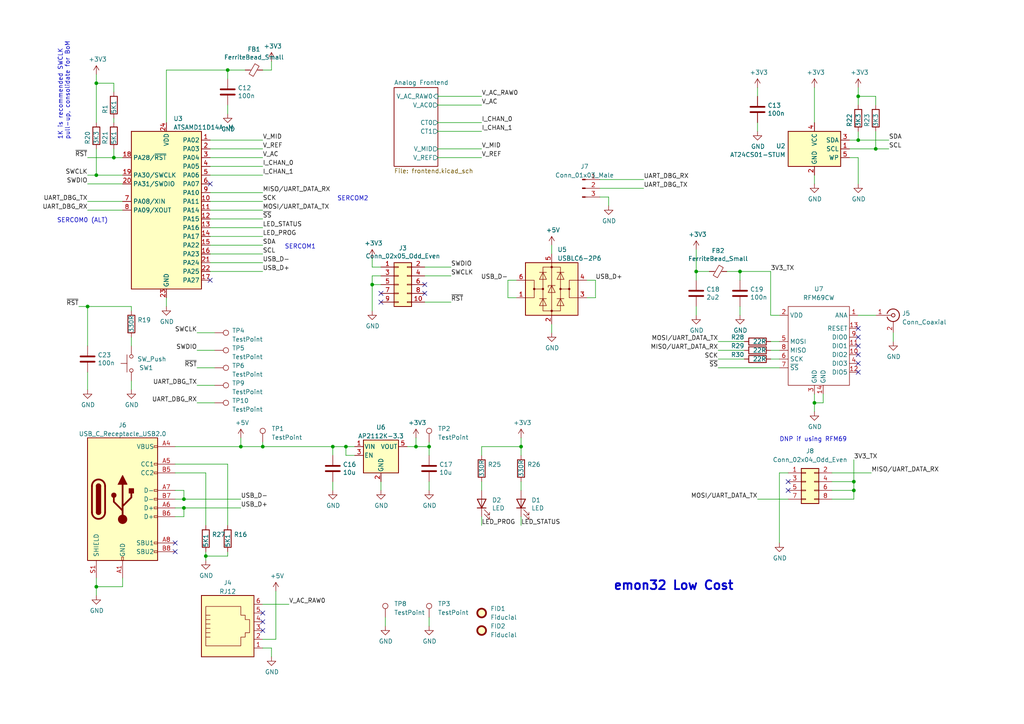
<source format=kicad_sch>
(kicad_sch (version 20230121) (generator eeschema)
  (paper "A4")
  (title_block (title "emon32 Low Cost") (date "2023-07-30") (rev "0.1") (company "Tilt Ltd"))
  (lib_symbols
    (symbol "Connector:Conn_01x03_Male" (pin_names (offset 1.016) hide)
      (property "Reference" "J" (at 0 5.08 0))
      (property "Value" "Conn_01x03_Male" (at 0 -5.08 0))
      (symbol "Conn_01x03_Male_1_1"
        (pin passive line (at 5.08 2.54 180) (length 3.81) (name "Pin_1") (number "1"))
        (pin passive line (at 5.08 0 180) (length 3.81) (name "Pin_2") (number "2"))
        (pin passive line (at 5.08 -2.54 180) (length 3.81) (name "Pin_3") (number "3"))
      )
    )
    (symbol "Connector:Conn_Coaxial" (pin_names (offset 1.016) hide)
      (property "Reference" "J" (at 0.254 3.048 0))
      (property "Value" "Conn_Coaxial" (at 2.921 0 90))
      (symbol "Conn_Coaxial_1_1"
        (pin passive line (at -5.08 0 0) (length 2.54) (name "In") (number "1"))
        (pin passive line (at 0 -5.08 90) (length 2.54) (name "Ext") (number "2"))
      )
    )
    (symbol "Connector:RJ12" (pin_names (offset 1.016))
      (property "Reference" "J" (at -5.08 11.43 0))
      (property "Value" "RJ12" (at 2.54 11.43 0))
      (symbol "RJ12_1_1"
        (pin passive line (at 10.16 -5.08 180) (length 2.54) (name "~") (number "1"))
        (pin passive line (at 10.16 -2.54 180) (length 2.54) (name "~") (number "2"))
        (pin passive line (at 10.16 0 180) (length 2.54) (name "~") (number "3"))
        (pin passive line (at 10.16 2.54 180) (length 2.54) (name "~") (number "4"))
        (pin passive line (at 10.16 5.08 180) (length 2.54) (name "~") (number "5"))
        (pin passive line (at 10.16 7.62 180) (length 2.54) (name "~") (number "6"))
      )
    )
    (symbol "Connector:TestPoint" (pin_numbers hide) (pin_names (offset 0.762) hide)
      (property "Reference" "TP" (at 0 6.858 0))
      (property "Value" "TestPoint" (at 0 5.08 0))
      (symbol "TestPoint_1_1"
        (pin passive line (at 0 0 90) (length 2.54) (name "1") (number "1"))
      )
    )
    (symbol "Connector:USB_C_Receptacle_USB2.0" (pin_names (offset 1.016))
      (property "Reference" "J" (at -10.16 19.05 0))
      (property "Value" "USB_C_Receptacle_USB2.0" (at 19.05 19.05 0))
      (symbol "USB_C_Receptacle_USB2.0_1_1"
        (pin passive line (at 0 -22.86 90) (length 5.08) (name "GND") (number "A1"))
        (pin passive line (at 0 -22.86 90) (length 5.08) hide (name "GND") (number "A12"))
        (pin passive line (at 15.24 15.24 180) (length 5.08) (name "VBUS") (number "A4"))
        (pin bidirectional line (at 15.24 10.16 180) (length 5.08) (name "CC1") (number "A5"))
        (pin bidirectional line (at 15.24 -2.54 180) (length 5.08) (name "D+") (number "A6"))
        (pin bidirectional line (at 15.24 2.54 180) (length 5.08) (name "D-") (number "A7"))
        (pin bidirectional line (at 15.24 -12.7 180) (length 5.08) (name "SBU1") (number "A8"))
        (pin passive line (at 15.24 15.24 180) (length 5.08) hide (name "VBUS") (number "A9"))
        (pin passive line (at 0 -22.86 90) (length 5.08) hide (name "GND") (number "B1"))
        (pin passive line (at 0 -22.86 90) (length 5.08) hide (name "GND") (number "B12"))
        (pin passive line (at 15.24 15.24 180) (length 5.08) hide (name "VBUS") (number "B4"))
        (pin bidirectional line (at 15.24 7.62 180) (length 5.08) (name "CC2") (number "B5"))
        (pin bidirectional line (at 15.24 -5.08 180) (length 5.08) (name "D+") (number "B6"))
        (pin bidirectional line (at 15.24 0 180) (length 5.08) (name "D-") (number "B7"))
        (pin bidirectional line (at 15.24 -15.24 180) (length 5.08) (name "SBU2") (number "B8"))
        (pin passive line (at 15.24 15.24 180) (length 5.08) hide (name "VBUS") (number "B9"))
        (pin passive line (at -7.62 -22.86 90) (length 5.08) (name "SHIELD") (number "S1"))
      )
    )
    (symbol "Connector_Generic:Conn_02x04_Odd_Even" (pin_names (offset 1.016) hide)
      (property "Reference" "J" (at 1.27 5.08 0))
      (property "Value" "Conn_02x04_Odd_Even" (at 1.27 -7.62 0))
      (symbol "Conn_02x04_Odd_Even_1_1"
        (pin passive line (at -5.08 2.54 0) (length 3.81) (name "Pin_1") (number "1"))
        (pin passive line (at 7.62 2.54 180) (length 3.81) (name "Pin_2") (number "2"))
        (pin passive line (at -5.08 0 0) (length 3.81) (name "Pin_3") (number "3"))
        (pin passive line (at 7.62 0 180) (length 3.81) (name "Pin_4") (number "4"))
        (pin passive line (at -5.08 -2.54 0) (length 3.81) (name "Pin_5") (number "5"))
        (pin passive line (at 7.62 -2.54 180) (length 3.81) (name "Pin_6") (number "6"))
        (pin passive line (at -5.08 -5.08 0) (length 3.81) (name "Pin_7") (number "7"))
        (pin passive line (at 7.62 -5.08 180) (length 3.81) (name "Pin_8") (number "8"))
      )
    )
    (symbol "Connector_Generic:Conn_02x05_Odd_Even" (pin_names (offset 1.016) hide)
      (property "Reference" "J" (at 1.27 7.62 0))
      (property "Value" "Conn_02x05_Odd_Even" (at 1.27 -7.62 0))
      (symbol "Conn_02x05_Odd_Even_1_1"
        (pin passive line (at -5.08 5.08 0) (length 3.81) (name "Pin_1") (number "1"))
        (pin passive line (at 7.62 -5.08 180) (length 3.81) (name "Pin_10") (number "10"))
        (pin passive line (at 7.62 5.08 180) (length 3.81) (name "Pin_2") (number "2"))
        (pin passive line (at -5.08 2.54 0) (length 3.81) (name "Pin_3") (number "3"))
        (pin passive line (at 7.62 2.54 180) (length 3.81) (name "Pin_4") (number "4"))
        (pin passive line (at -5.08 0 0) (length 3.81) (name "Pin_5") (number "5"))
        (pin passive line (at 7.62 0 180) (length 3.81) (name "Pin_6") (number "6"))
        (pin passive line (at -5.08 -2.54 0) (length 3.81) (name "Pin_7") (number "7"))
        (pin passive line (at 7.62 -2.54 180) (length 3.81) (name "Pin_8") (number "8"))
        (pin passive line (at -5.08 -5.08 0) (length 3.81) (name "Pin_9") (number "9"))
      )
    )
    (symbol "Device:C" (pin_numbers hide) (pin_names (offset 0.254))
      (property "Reference" "C" (at 0.635 2.54 0))
      (property "Value" "C" (at 0.635 -2.54 0))
      (symbol "C_1_1"
        (pin passive line (at 0 3.81 270) (length 2.794) (name "~") (number "1"))
        (pin passive line (at 0 -3.81 90) (length 2.794) (name "~") (number "2"))
      )
    )
    (symbol "Device:FerriteBead_Small" (pin_numbers hide) (pin_names (offset 0))
      (property "Reference" "FB" (at 1.905 1.27 0))
      (property "Value" "FerriteBead_Small" (at 1.905 -1.27 0))
      (symbol "FerriteBead_Small_1_1"
        (pin passive line (at 0 2.54 270) (length 1.27) (name "~") (number "1"))
        (pin passive line (at 0 -2.54 90) (length 1.27) (name "~") (number "2"))
      )
    )
    (symbol "Device:LED" (pin_numbers hide) (pin_names (offset 1.016) hide)
      (property "Reference" "D" (at 0 2.54 0))
      (property "Value" "LED" (at 0 -2.54 0))
      (symbol "LED_1_1"
        (pin passive line (at -3.81 0 0) (length 2.54) (name "K") (number "1"))
        (pin passive line (at 3.81 0 180) (length 2.54) (name "A") (number "2"))
      )
    )
    (symbol "Device:R" (pin_numbers hide) (pin_names (offset 0))
      (property "Reference" "R" (at 2.032 0 90))
      (property "Value" "R" (at 0 0 90))
      (symbol "R_1_1"
        (pin passive line (at 0 3.81 270) (length 1.27) (name "~") (number "1"))
        (pin passive line (at 0 -3.81 90) (length 1.27) (name "~") (number "2"))
      )
    )
    (symbol "MCU_Microchip_SAMD:ATSAMD11D14A-M"
      (property "Reference" "U" (at -10.16 24.13 0))
      (property "Value" "ATSAMD11D14A-M" (at 1.27 24.13 0))
      (symbol "ATSAMD11D14A-M_1_1"
        (pin bidirectional line (at 12.7 20.32 180) (length 2.54) (name "PA02") (number "1"))
        (pin bidirectional line (at 12.7 2.54 180) (length 2.54) (name "PA11") (number "10"))
        (pin bidirectional line (at 12.7 0 180) (length 2.54) (name "PA14") (number "11"))
        (pin bidirectional line (at 12.7 -2.54 180) (length 2.54) (name "PA15") (number "12"))
        (pin bidirectional line (at 12.7 -5.08 180) (length 2.54) (name "PA16") (number "13"))
        (pin bidirectional line (at 12.7 -7.62 180) (length 2.54) (name "PA17") (number "14"))
        (pin bidirectional line (at 12.7 -10.16 180) (length 2.54) (name "PA22") (number "15"))
        (pin bidirectional line (at 12.7 -12.7 180) (length 2.54) (name "PA23") (number "16"))
        (pin bidirectional line (at 12.7 -20.32 180) (length 2.54) (name "PA27") (number "17"))
        (pin bidirectional line (at -12.7 15.24 0) (length 2.54) (name "PA28/~{RST}") (number "18"))
        (pin bidirectional line (at -12.7 10.16 0) (length 2.54) (name "PA30/SWCLK") (number "19"))
        (pin bidirectional line (at 12.7 17.78 180) (length 2.54) (name "PA03") (number "2"))
        (pin bidirectional line (at -12.7 7.62 0) (length 2.54) (name "PA31/SWDIO") (number "20"))
        (pin bidirectional line (at 12.7 -15.24 180) (length 2.54) (name "PA24") (number "21"))
        (pin bidirectional line (at 12.7 -17.78 180) (length 2.54) (name "PA25") (number "22"))
        (pin power_in line (at 0 -25.4 90) (length 2.54) (name "GND") (number "23"))
        (pin power_in line (at 0 25.4 270) (length 2.54) (name "VDD") (number "24"))
        (pin bidirectional line (at 12.7 15.24 180) (length 2.54) (name "PA04") (number "3"))
        (pin bidirectional line (at 12.7 12.7 180) (length 2.54) (name "PA05") (number "4"))
        (pin bidirectional line (at 12.7 10.16 180) (length 2.54) (name "PA06") (number "5"))
        (pin bidirectional line (at 12.7 7.62 180) (length 2.54) (name "PA07") (number "6"))
        (pin bidirectional line (at -12.7 2.54 0) (length 2.54) (name "PA08/XIN") (number "7"))
        (pin bidirectional line (at -12.7 0 0) (length 2.54) (name "PA09/XOUT") (number "8"))
        (pin bidirectional line (at 12.7 5.08 180) (length 2.54) (name "PA10") (number "9"))
      )
    )
    (symbol "Mechanical:Fiducial"
      (property "Reference" "FID" (at 0 5.08 0))
      (property "Value" "Fiducial" (at 0 3.175 0))
    )
    (symbol "Memory_EEPROM:AT24CS01-STUM"
      (property "Reference" "U" (at -7.62 6.35 0))
      (property "Value" "AT24CS01-STUM" (at 2.54 -6.35 0))
      (symbol "AT24CS01-STUM_1_1"
        (pin input line (at 10.16 0 180) (length 2.54) (name "SCL") (number "1"))
        (pin power_in line (at 0 -7.62 90) (length 2.54) (name "GND") (number "2"))
        (pin bidirectional line (at 10.16 2.54 180) (length 2.54) (name "SDA") (number "3"))
        (pin power_in line (at 0 7.62 270) (length 2.54) (name "VCC") (number "4"))
        (pin input line (at 10.16 -2.54 180) (length 2.54) (name "WP") (number "5"))
      )
    )
    (symbol "Power_Protection:USBLC6-2P6" (pin_names hide)
      (property "Reference" "U" (at 2.54 8.89 0))
      (property "Value" "USBLC6-2P6" (at 2.54 -8.89 0))
      (symbol "USBLC6-2P6_1_1"
        (pin passive line (at -10.16 -2.54 0) (length 2.54) (name "I/O1") (number "1"))
        (pin passive line (at 0 -10.16 90) (length 2.54) (name "GND") (number "2"))
        (pin passive line (at 10.16 -2.54 180) (length 2.54) (name "I/O2") (number "3"))
        (pin passive line (at 10.16 2.54 180) (length 2.54) (name "I/O2") (number "4"))
        (pin passive line (at 0 10.16 270) (length 2.54) (name "VBUS") (number "5"))
        (pin passive line (at -10.16 2.54 0) (length 2.54) (name "I/O1") (number "6"))
      )
    )
    (symbol "Regulator_Linear:AP2112K-3.3" (pin_names (offset 0.254))
      (property "Reference" "U" (at -5.08 5.715 0))
      (property "Value" "AP2112K-3.3" (at 0 5.715 0))
      (symbol "AP2112K-3.3_1_1"
        (pin power_in line (at -7.62 2.54 0) (length 2.54) (name "VIN") (number "1"))
        (pin power_in line (at 0 -7.62 90) (length 2.54) (name "GND") (number "2"))
        (pin input line (at -7.62 0 0) (length 2.54) (name "EN") (number "3"))
        (pin no_connect line (at 5.08 0 180) (length 2.54) hide (name "NC") (number "4"))
        (pin power_out line (at 7.62 2.54 180) (length 2.54) (name "VOUT") (number "5"))
      )
    )
    (symbol "Switch:SW_Push" (pin_numbers hide) (pin_names (offset 1.016) hide)
      (property "Reference" "SW" (at 1.27 2.54 0))
      (property "Value" "SW_Push" (at 0 -1.524 0))
      (symbol "SW_Push_0_1"
        (pin passive line (at -5.08 0 0) (length 2.54) (name "1") (number "1"))
        (pin passive line (at 5.08 0 180) (length 2.54) (name "2") (number "2"))
      )
    )
    (symbol "power:+3V3" (power) (pin_names (offset 0))
      (property "Value" "+3V3" (at 0 3.556 0))
      (symbol "+3V3_1_1"
        (pin power_in line (at 0 0 90) (length 0) hide (name "+3V3") (number "1"))
      )
    )
    (symbol "power:+5V" (power) (pin_names (offset 0))
      (property "Value" "+5V" (at 0 3.556 0))
      (symbol "+5V_1_1"
        (pin power_in line (at 0 0 90) (length 0) hide (name "+5V") (number "1"))
      )
    )
    (symbol "power:GND" (power) (pin_names (offset 0))
      (property "Value" "GND" (at 0 -3.81 0))
      (symbol "GND_1_1"
        (pin power_in line (at 0 0 270) (length 0) hide (name "GND") (number "1"))
      )
    )
    (symbol "rfm69cw:RFM69CW"
      (property "Reference" "U" (at 6.35 12.7 0))
      (property "Value" "RFM69CW" (at -3.81 12.7 0))
      (symbol "RFM69CW_1_1"
        (pin output line (at 11.43 8.89 180) (length 2.54) (name "ANA") (number "1"))
        (pin bidirectional line (at 11.43 -2.54 180) (length 2.54) (name "DIO2") (number "10"))
        (pin bidirectional line (at 11.43 0 180) (length 2.54) (name "DIO1") (number "11"))
        (pin bidirectional line (at 11.43 -7.62 180) (length 2.54) (name "DIO5") (number "12"))
        (pin output line (at 11.43 5.08 180) (length 2.54) (name "RESET") (number "13"))
        (pin power_in line (at 1.27 -13.97 90) (length 2.54) (name "GND") (number "14"))
        (pin power_in line (at -11.43 8.89 0) (length 2.54) (name "VDD") (number "2"))
        (pin power_in line (at -1.27 -13.97 90) (length 2.54) (name "GND") (number "3"))
        (pin bidirectional line (at 11.43 -5.08 180) (length 2.54) (name "DIO3") (number "4"))
        (pin input line (at -11.43 1.27 0) (length 2.54) (name "MOSI") (number "5"))
        (pin input line (at -11.43 -3.81 0) (length 2.54) (name "SCK") (number "6"))
        (pin input line (at -11.43 -6.35 0) (length 2.54) (name "~{SS}") (number "7"))
        (pin output line (at -11.43 -1.27 0) (length 2.54) (name "MISO") (number "8"))
        (pin bidirectional line (at 11.43 2.54 180) (length 2.54) (name "DIO0") (number "9"))
      )
    )
  )
  (junction (at 69.85 129.54))
  (junction (at 59.69 161.29))
  (junction (at 53.34 144.78))
  (junction (at 100.33 129.54))
  (junction (at 27.94 50.8))
  (junction (at 214.63 78.74))
  (junction (at 248.92 40.64))
  (junction (at 25.4 88.9))
  (junction (at 201.93 78.74))
  (junction (at 151.13 129.54))
  (junction (at 27.94 24.13))
  (junction (at 124.46 129.54))
  (junction (at 107.95 82.55))
  (junction (at 66.04 20.32))
  (junction (at 53.34 147.32))
  (junction (at 254 43.18))
  (junction (at 76.2 129.54))
  (junction (at 120.65 129.54))
  (junction (at 248.92 27.94))
  (junction (at 236.22 116.84))
  (junction (at 247.65 139.7))
  (junction (at 96.52 129.54))
  (junction (at 33.02 45.72))
  (junction (at 247.65 142.24))
  (junction (at 27.94 170.18))
  (no_connect (at 248.92 95.25))
  (no_connect (at 76.2 182.88))
  (no_connect (at 248.92 100.33))
  (no_connect (at 248.92 105.41))
  (no_connect (at 76.2 180.34))
  (no_connect (at 110.49 87.63))
  (no_connect (at 248.92 107.95))
  (no_connect (at 76.2 177.8))
  (no_connect (at 50.8 160.02))
  (no_connect (at 110.49 85.09))
  (no_connect (at 123.19 85.09))
  (no_connect (at 248.92 97.79))
  (no_connect (at 228.6 142.24))
  (no_connect (at 123.19 82.55))
  (no_connect (at 228.6 139.7))
  (no_connect (at 60.96 81.28))
  (no_connect (at 50.8 157.48))
  (no_connect (at 60.96 53.34))
  (no_connect (at 248.92 102.87))
  (wire (pts (xy 80.01 171.45) (xy 80.01 185.42)))
  (wire (pts (xy 248.92 27.94) (xy 254 27.94)))
  (wire (pts (xy 59.69 161.29) (xy 66.04 161.29)))
  (wire (pts (xy 208.28 101.6) (xy 215.9 101.6)))
  (wire (pts (xy 214.63 78.74) (xy 214.63 81.28)))
  (wire (pts (xy 170.18 86.36) (xy 172.72 86.36)))
  (wire (pts (xy 57.15 96.52) (xy 62.23 96.52)))
  (wire (pts (xy 38.1 113.03) (xy 38.1 110.49)))
  (wire (pts (xy 223.52 91.44) (xy 226.06 91.44)))
  (wire (pts (xy 60.96 40.64) (xy 76.2 40.64)))
  (wire (pts (xy 228.6 137.16) (xy 226.06 137.16)))
  (wire (pts (xy 173.99 54.61) (xy 186.69 54.61)))
  (wire (pts (xy 123.19 77.47) (xy 130.81 77.47)))
  (wire (pts (xy 201.93 78.74) (xy 201.93 81.28)))
  (wire (pts (xy 173.99 52.07) (xy 186.69 52.07)))
  (wire (pts (xy 147.32 81.28) (xy 147.32 86.36)))
  (wire (pts (xy 248.92 25.4) (xy 248.92 27.94)))
  (wire (pts (xy 246.38 43.18) (xy 254 43.18)))
  (wire (pts (xy 205.74 78.74) (xy 201.93 78.74)))
  (wire (pts (xy 35.56 170.18) (xy 35.56 167.64)))
  (wire (pts (xy 110.49 77.47) (xy 107.95 77.47)))
  (wire (pts (xy 123.19 87.63) (xy 130.81 87.63)))
  (wire (pts (xy 27.94 43.18) (xy 27.94 50.8)))
  (wire (pts (xy 208.28 99.06) (xy 215.9 99.06)))
  (wire (pts (xy 151.13 129.54) (xy 151.13 132.08)))
  (wire (pts (xy 76.2 187.96) (xy 78.74 187.96)))
  (wire (pts (xy 223.52 101.6) (xy 226.06 101.6)))
  (wire (pts (xy 96.52 142.24) (xy 96.52 139.7)))
  (wire (pts (xy 107.95 82.55) (xy 107.95 90.17)))
  (wire (pts (xy 241.3 139.7) (xy 247.65 139.7)))
  (wire (pts (xy 57.15 101.6) (xy 62.23 101.6)))
  (wire (pts (xy 124.46 128.27) (xy 124.46 129.54)))
  (wire (pts (xy 60.96 58.42) (xy 76.2 58.42)))
  (wire (pts (xy 53.34 144.78) (xy 53.34 142.24)))
  (wire (pts (xy 219.71 144.78) (xy 228.6 144.78)))
  (wire (pts (xy 107.95 77.47) (xy 107.95 74.93)))
  (wire (pts (xy 96.52 129.54) (xy 100.33 129.54)))
  (wire (pts (xy 241.3 144.78) (xy 247.65 144.78)))
  (wire (pts (xy 170.18 81.28) (xy 172.72 81.28)))
  (wire (pts (xy 118.11 129.54) (xy 120.65 129.54)))
  (wire (pts (xy 66.04 134.62) (xy 66.04 152.4)))
  (wire (pts (xy 173.99 57.15) (xy 176.53 57.15)))
  (wire (pts (xy 208.28 106.68) (xy 226.06 106.68)))
  (wire (pts (xy 248.92 30.48) (xy 248.92 27.94)))
  (wire (pts (xy 25.4 107.95) (xy 25.4 113.03)))
  (wire (pts (xy 48.26 20.32) (xy 48.26 35.56)))
  (wire (pts (xy 246.38 45.72) (xy 248.92 45.72)))
  (wire (pts (xy 76.2 175.26) (xy 83.82 175.26)))
  (wire (pts (xy 127 45.72) (xy 139.7 45.72)))
  (wire (pts (xy 60.96 66.04) (xy 76.2 66.04)))
  (wire (pts (xy 60.96 45.72) (xy 76.2 45.72)))
  (wire (pts (xy 27.94 24.13) (xy 33.02 24.13)))
  (wire (pts (xy 27.94 170.18) (xy 27.94 167.64)))
  (wire (pts (xy 50.8 149.86) (xy 53.34 149.86)))
  (wire (pts (xy 248.92 91.44) (xy 254 91.44)))
  (wire (pts (xy 223.52 78.74) (xy 223.52 91.44)))
  (wire (pts (xy 33.02 34.29) (xy 33.02 35.56)))
  (wire (pts (xy 71.12 20.32) (xy 66.04 20.32)))
  (wire (pts (xy 53.34 149.86) (xy 53.34 147.32)))
  (wire (pts (xy 238.76 116.84) (xy 238.76 114.3)))
  (wire (pts (xy 66.04 33.02) (xy 66.04 30.48)))
  (wire (pts (xy 247.65 142.24) (xy 247.65 144.78)))
  (wire (pts (xy 27.94 21.59) (xy 27.94 24.13)))
  (wire (pts (xy 60.96 43.18) (xy 76.2 43.18)))
  (wire (pts (xy 254 43.18) (xy 257.81 43.18)))
  (wire (pts (xy 69.85 129.54) (xy 76.2 129.54)))
  (wire (pts (xy 151.13 127) (xy 151.13 129.54)))
  (wire (pts (xy 53.34 144.78) (xy 69.85 144.78)))
  (wire (pts (xy 254 43.18) (xy 254 38.1)))
  (wire (pts (xy 57.15 106.68) (xy 62.23 106.68)))
  (wire (pts (xy 151.13 152.4) (xy 151.13 149.86)))
  (wire (pts (xy 78.74 187.96) (xy 78.74 190.5)))
  (wire (pts (xy 214.63 78.74) (xy 223.52 78.74)))
  (wire (pts (xy 50.8 134.62) (xy 66.04 134.62)))
  (wire (pts (xy 60.96 60.96) (xy 76.2 60.96)))
  (wire (pts (xy 107.95 80.01) (xy 107.95 82.55)))
  (wire (pts (xy 60.96 48.26) (xy 76.2 48.26)))
  (wire (pts (xy 59.69 160.02) (xy 59.69 161.29)))
  (wire (pts (xy 33.02 26.67) (xy 33.02 24.13)))
  (wire (pts (xy 127 27.94) (xy 139.7 27.94)))
  (wire (pts (xy 236.22 50.8) (xy 236.22 53.34)))
  (wire (pts (xy 60.96 55.88) (xy 76.2 55.88)))
  (wire (pts (xy 66.04 20.32) (xy 48.26 20.32)))
  (wire (pts (xy 151.13 142.24) (xy 151.13 139.7)))
  (wire (pts (xy 127 35.56) (xy 139.7 35.56)))
  (wire (pts (xy 60.96 71.12) (xy 76.2 71.12)))
  (wire (pts (xy 201.93 88.9) (xy 201.93 91.44)))
  (wire (pts (xy 223.52 104.14) (xy 226.06 104.14)))
  (wire (pts (xy 127 38.1) (xy 139.7 38.1)))
  (wire (pts (xy 241.3 142.24) (xy 247.65 142.24)))
  (wire (pts (xy 248.92 40.64) (xy 248.92 38.1)))
  (wire (pts (xy 59.69 161.29) (xy 59.69 162.56)))
  (wire (pts (xy 76.2 128.27) (xy 76.2 129.54)))
  (wire (pts (xy 100.33 132.08) (xy 100.33 129.54)))
  (wire (pts (xy 53.34 147.32) (xy 69.85 147.32)))
  (wire (pts (xy 219.71 27.94) (xy 219.71 25.4)))
  (wire (pts (xy 127 30.48) (xy 139.7 30.48)))
  (wire (pts (xy 57.15 111.76) (xy 62.23 111.76)))
  (wire (pts (xy 60.96 68.58) (xy 76.2 68.58)))
  (wire (pts (xy 66.04 22.86) (xy 66.04 20.32)))
  (wire (pts (xy 25.4 88.9) (xy 25.4 100.33)))
  (wire (pts (xy 111.76 179.07) (xy 111.76 181.61)))
  (wire (pts (xy 27.94 24.13) (xy 27.94 35.56)))
  (wire (pts (xy 57.15 116.84) (xy 62.23 116.84)))
  (wire (pts (xy 78.74 20.32) (xy 78.74 17.78)))
  (wire (pts (xy 201.93 72.39) (xy 201.93 78.74)))
  (wire (pts (xy 172.72 81.28) (xy 172.72 86.36)))
  (wire (pts (xy 210.82 78.74) (xy 214.63 78.74)))
  (wire (pts (xy 96.52 132.08) (xy 96.52 129.54)))
  (wire (pts (xy 60.96 50.8) (xy 76.2 50.8)))
  (wire (pts (xy 76.2 129.54) (xy 96.52 129.54)))
  (wire (pts (xy 50.8 144.78) (xy 53.34 144.78)))
  (wire (pts (xy 76.2 20.32) (xy 78.74 20.32)))
  (wire (pts (xy 38.1 100.33) (xy 38.1 97.79)))
  (wire (pts (xy 25.4 60.96) (xy 35.56 60.96)))
  (wire (pts (xy 208.28 104.14) (xy 215.9 104.14)))
  (wire (pts (xy 241.3 137.16) (xy 252.73 137.16)))
  (wire (pts (xy 124.46 142.24) (xy 124.46 139.7)))
  (wire (pts (xy 27.94 172.72) (xy 27.94 170.18)))
  (wire (pts (xy 66.04 161.29) (xy 66.04 160.02)))
  (wire (pts (xy 69.85 129.54) (xy 69.85 127)))
  (wire (pts (xy 76.2 185.42) (xy 80.01 185.42)))
  (wire (pts (xy 100.33 132.08) (xy 102.87 132.08)))
  (wire (pts (xy 110.49 142.24) (xy 110.49 139.7)))
  (wire (pts (xy 124.46 129.54) (xy 124.46 132.08)))
  (wire (pts (xy 160.02 93.98) (xy 160.02 96.52)))
  (wire (pts (xy 25.4 88.9) (xy 22.86 88.9)))
  (wire (pts (xy 246.38 40.64) (xy 248.92 40.64)))
  (wire (pts (xy 50.8 137.16) (xy 59.69 137.16)))
  (wire (pts (xy 48.26 86.36) (xy 48.26 88.9)))
  (wire (pts (xy 35.56 45.72) (xy 33.02 45.72)))
  (wire (pts (xy 248.92 40.64) (xy 257.81 40.64)))
  (wire (pts (xy 236.22 116.84) (xy 238.76 116.84)))
  (wire (pts (xy 236.22 114.3) (xy 236.22 116.84)))
  (wire (pts (xy 50.8 147.32) (xy 53.34 147.32)))
  (wire (pts (xy 219.71 38.1) (xy 219.71 35.56)))
  (wire (pts (xy 35.56 53.34) (xy 25.4 53.34)))
  (wire (pts (xy 247.65 139.7) (xy 247.65 142.24)))
  (wire (pts (xy 59.69 137.16) (xy 59.69 152.4)))
  (wire (pts (xy 38.1 90.17) (xy 38.1 88.9)))
  (wire (pts (xy 60.96 73.66) (xy 76.2 73.66)))
  (wire (pts (xy 149.86 81.28) (xy 147.32 81.28)))
  (wire (pts (xy 102.87 129.54) (xy 100.33 129.54)))
  (wire (pts (xy 139.7 129.54) (xy 151.13 129.54)))
  (wire (pts (xy 110.49 82.55) (xy 107.95 82.55)))
  (wire (pts (xy 60.96 78.74) (xy 76.2 78.74)))
  (wire (pts (xy 120.65 129.54) (xy 120.65 127)))
  (wire (pts (xy 50.8 129.54) (xy 69.85 129.54)))
  (wire (pts (xy 38.1 88.9) (xy 25.4 88.9)))
  (wire (pts (xy 247.65 133.35) (xy 247.65 139.7)))
  (wire (pts (xy 27.94 170.18) (xy 35.56 170.18)))
  (wire (pts (xy 123.19 80.01) (xy 130.81 80.01)))
  (wire (pts (xy 35.56 58.42) (xy 25.4 58.42)))
  (wire (pts (xy 124.46 179.07) (xy 124.46 181.61)))
  (wire (pts (xy 33.02 45.72) (xy 25.4 45.72)))
  (wire (pts (xy 259.08 96.52) (xy 259.08 99.06)))
  (wire (pts (xy 214.63 88.9) (xy 214.63 91.44)))
  (wire (pts (xy 127 43.18) (xy 139.7 43.18)))
  (wire (pts (xy 236.22 35.56) (xy 236.22 25.4)))
  (wire (pts (xy 60.96 63.5) (xy 76.2 63.5)))
  (wire (pts (xy 176.53 57.15) (xy 176.53 59.69)))
  (wire (pts (xy 248.92 45.72) (xy 248.92 53.34)))
  (wire (pts (xy 35.56 50.8) (xy 27.94 50.8)))
  (wire (pts (xy 120.65 129.54) (xy 124.46 129.54)))
  (wire (pts (xy 226.06 137.16) (xy 226.06 157.48)))
  (wire (pts (xy 254 27.94) (xy 254 30.48)))
  (wire (pts (xy 139.7 142.24) (xy 139.7 139.7)))
  (wire (pts (xy 139.7 132.08) (xy 139.7 129.54)))
  (wire (pts (xy 223.52 99.06) (xy 226.06 99.06)))
  (wire (pts (xy 50.8 142.24) (xy 53.34 142.24)))
  (wire (pts (xy 160.02 71.12) (xy 160.02 73.66)))
  (wire (pts (xy 110.49 80.01) (xy 107.95 80.01)))
  (wire (pts (xy 60.96 76.2) (xy 76.2 76.2)))
  (wire (pts (xy 27.94 50.8) (xy 25.4 50.8)))
  (wire (pts (xy 147.32 86.36) (xy 149.86 86.36)))
  (wire (pts (xy 33.02 45.72) (xy 33.02 43.18)))
  (wire (pts (xy 236.22 116.84) (xy 236.22 119.38)))
  (wire (pts (xy 139.7 152.4) (xy 139.7 149.86)))
  (text "emon32 Low Cost" (at 177.8 171.45 0) (effects (font (size 2.56 2.56) (thickness 0.512) bold) (justify left bottom)))
  (text "DNP if using RFM69" (at 226.06 128.27 0) (effects (font (size 1.27 1.27)) (justify left bottom)))
  (text "1K is recommended SWCLK\npull-up, consolidate for BoM" (at 20.32 40.64 90) (effects (font (size 1.27 1.27)) (justify left bottom)))
  (text "SERCOM2" (at 97.79 58.42 0) (effects (font (size 1.27 1.27)) (justify left bottom)))
  (text "SERCOM0 (ALT)" (at 16.51 64.77 0) (effects (font (size 1.27 1.27)) (justify left bottom)))
  (text "SERCOM1" (at 82.55 72.39 0) (effects (font (size 1.27 1.27)) (justify left bottom)))
  (label "SCK" (at 208.28 104.14 180))
  (label "SWDIO" (at 130.81 77.47 0))
  (label "MISO{slash}UART_DATA_RX" (at 208.28 101.6 180))
  (label "SCK" (at 76.2 58.42 0))
  (label "MOSI{slash}UART_DATA_TX" (at 219.71 144.78 180))
  (label "UART_DBG_TX" (at 25.4 58.42 180))
  (label "V_REF" (at 76.2 43.18 0))
  (label "MOSI{slash}UART_DATA_TX" (at 76.2 60.96 0))
  (label "V_MID" (at 76.2 40.64 0))
  (label "~{RST}" (at 22.86 88.9 180))
  (label "I_CHAN_0" (at 76.2 48.26 0))
  (label "MISO{slash}UART_DATA_RX" (at 252.73 137.16 0))
  (label "~{SS}" (at 208.28 106.68 180))
  (label "3V3_TX" (at 247.65 133.35 0))
  (label "UART_DBG_RX" (at 186.69 52.07 0))
  (label "~{SS}" (at 76.2 63.5 0))
  (label "V_AC_RAW0" (at 83.82 175.26 0))
  (label "I_CHAN_1" (at 139.7 38.1 0))
  (label "SDA" (at 257.81 40.64 0))
  (label "I_CHAN_0" (at 139.7 35.56 0))
  (label "USB_D+" (at 69.85 147.32 0))
  (label "SCL" (at 76.2 73.66 0))
  (label "USB_D-" (at 147.32 81.28 180))
  (label "USB_D+" (at 172.72 81.28 0))
  (label "3V3_TX" (at 223.52 78.74 0))
  (label "LED_PROG" (at 139.7 152.4 0))
  (label "UART_DBG_TX" (at 57.15 111.76 180))
  (label "USB_D+" (at 76.2 78.74 0))
  (label "SWDIO" (at 57.15 101.6 180))
  (label "V_AC" (at 139.7 30.48 0))
  (label "LED_PROG" (at 76.2 68.58 0))
  (label "USB_D-" (at 69.85 144.78 0))
  (label "~{RST}" (at 57.15 106.68 180))
  (label "SWCLK" (at 57.15 96.52 180))
  (label "SWDIO" (at 25.4 53.34 180))
  (label "SDA" (at 76.2 71.12 0))
  (label "~{RST}" (at 25.4 45.72 180))
  (label "USB_D-" (at 76.2 76.2 0))
  (label "V_AC" (at 76.2 45.72 0))
  (label "LED_STATUS" (at 76.2 66.04 0))
  (label "UART_DBG_RX" (at 25.4 60.96 180))
  (label "UART_DBG_TX" (at 186.69 54.61 0))
  (label "LED_STATUS" (at 151.13 152.4 0))
  (label "SWCLK" (at 25.4 50.8 180))
  (label "MISO{slash}UART_DATA_RX" (at 76.2 55.88 0))
  (label "~{RST}" (at 130.81 87.63 0))
  (label "I_CHAN_1" (at 76.2 50.8 0))
  (label "V_REF" (at 139.7 45.72 0))
  (label "SCL" (at 257.81 43.18 0))
  (label "V_MID" (at 139.7 43.18 0))
  (label "MOSI{slash}UART_DATA_TX" (at 208.28 99.06 180))
  (label "UART_DBG_RX" (at 57.15 116.84 180))
  (label "SWCLK" (at 130.81 80.01 0))
  (label "V_AC_RAW0" (at 139.7 27.94 0))
  (symbol (lib_id "Device:C") (at 96.52 135.89 0) (unit 1)
    (property "Reference" "C16" (at 99.441 134.7216 0) (effects (justify left)))
    (property "Value" "10u" (at 99.441 137.033 0) (effects (justify left)))
    (property "Footprint" "Capacitor_SMD:C_0603_1608Metric_Pad1.08x0.95mm_HandSolder" (effects hide))
  )
  (symbol (lib_id "power:GND") (at 96.52 142.24 0) (unit 1)
    (property "Reference" "#PWR0103" (effects hide))
    (property "Value" "GND" (at 96.647 146.6342 0))
  )
  (symbol (lib_id "power:GND") (at 27.94 172.72 0) (unit 1)
    (property "Reference" "#PWR030" (effects hide))
    (property "Value" "GND" (at 28.067 177.1142 0))
  )
  (symbol (lib_id "power:+5V") (at 69.85 127 0) (unit 1)
    (property "Reference" "#PWR031" (effects hide))
    (property "Value" "+5V" (at 70.231 122.6058 0))
  )
  (symbol (lib_id "Device:R") (at 151.13 135.89 0) (unit 1)
    (property "Reference" "R26" (at 152.908 134.7216 0) (effects (justify left)))
    (property "Value" "330R" (at 151.13 138.43 90) (effects (justify left)))
    (property "Footprint" "Resistor_SMD:R_0402_1005Metric" (effects hide))
  )
  (symbol (lib_id "Device:LED") (at 151.13 146.05 90) (unit 1)
    (property "Reference" "D1" (at 154.1272 145.0594 90) (effects (justify right)))
    (property "Value" "LED" (at 154.1272 147.3708 90) (effects (justify right)))
    (property "Footprint" "LED_SMD:LED_0603_1608Metric_Pad1.05x0.95mm_HandSolder" (effects hide))
  )
  (symbol (lib_id "Switch:SW_Push") (at 38.1 105.41 90) (unit 1)
    (property "Reference" "SW1" (at 44.45 106.68 90) (effects (justify left)))
    (property "Value" "SW_Push" (at 48.26 104.14 90) (effects (justify left)))
    (property "Footprint" "Button_Switch_SMD:SW_Push_1P1T_NO_CK_KMR2" (effects hide))
  )
  (symbol (lib_id "power:GND") (at 38.1 113.03 0) (unit 1)
    (property "Reference" "#PWR036" (effects hide))
    (property "Value" "GND" (at 38.227 117.4242 0))
  )
  (symbol (lib_id "Device:R") (at 38.1 93.98 0) (unit 1)
    (property "Reference" "R19" (at 39.878 92.8116 0) (effects (justify left)))
    (property "Value" "330R" (at 38.1 96.52 90) (effects (justify left)))
    (property "Footprint" "Resistor_SMD:R_0402_1005Metric" (effects hide))
  )
  (symbol (lib_id "Device:R") (at 27.94 39.37 0) (unit 1)
    (property "Reference" "R20" (at 25.4 41.91 90) (effects (justify left)))
    (property "Value" "3K3" (at 27.94 41.91 90) (effects (justify left)))
    (property "Footprint" "Resistor_SMD:R_0402_1005Metric" (effects hide))
  )
  (symbol (lib_id "Device:R") (at 33.02 39.37 0) (unit 1)
    (property "Reference" "R21" (at 30.48 41.91 90) (effects (justify left)))
    (property "Value" "5K1" (at 33.02 41.91 90) (effects (justify left)))
    (property "Footprint" "Resistor_SMD:R_0402_1005Metric" (effects hide))
  )
  (symbol (lib_id "power:+3V3") (at 27.94 21.59 0) (unit 1)
    (property "Reference" "#PWR0101" (effects hide))
    (property "Value" "+3V3" (at 28.321 17.1958 0))
  )
  (symbol (lib_id "power:GND") (at 110.49 142.24 0) (unit 1)
    (property "Reference" "#PWR032" (effects hide))
    (property "Value" "GND" (at 110.617 146.6342 0))
  )
  (symbol (lib_id "Device:C") (at 124.46 135.89 0) (unit 1)
    (property "Reference" "C17" (at 127.381 134.7216 0) (effects (justify left)))
    (property "Value" "10u" (at 127.381 137.033 0) (effects (justify left)))
    (property "Footprint" "Capacitor_SMD:C_0603_1608Metric_Pad1.08x0.95mm_HandSolder" (effects hide))
  )
  (symbol (lib_id "power:GND") (at 124.46 142.24 0) (unit 1)
    (property "Reference" "#PWR034" (effects hide))
    (property "Value" "GND" (at 124.587 146.6342 0))
  )
  (symbol (lib_id "power:+3V3") (at 120.65 127 0) (unit 1)
    (property "Reference" "#PWR033" (effects hide))
    (property "Value" "+3V3" (at 121.031 122.6058 0))
  )
  (symbol (lib_id "power:+3V3") (at 78.74 17.78 0) (unit 1)
    (property "Reference" "#PWR0110" (effects hide))
    (property "Value" "+3V3" (at 79.121 13.3858 0))
  )
  (symbol (lib_id "Device:C") (at 66.04 26.67 0) (unit 1)
    (property "Reference" "C12" (at 68.961 25.5016 0) (effects (justify left)))
    (property "Value" "100n" (at 68.961 27.813 0) (effects (justify left)))
    (property "Footprint" "Capacitor_SMD:C_0402_1005Metric" (effects hide))
  )
  (symbol (lib_id "power:GND") (at 66.04 33.02 0) (unit 1)
    (property "Reference" "#PWR0111" (effects hide))
    (property "Value" "GND" (at 66.167 37.4142 0))
  )
  (symbol (lib_id "Connector_Generic:Conn_02x05_Odd_Even") (at 115.57 82.55 0) (unit 1)
    (property "Reference" "J3" (at 116.84 71.9582 0))
    (property "Value" "Conn_02x05_Odd_Even" (at 116.84 74.2696 0))
    (property "Footprint" "Connector_PinHeader_1.27mm:PinHeader_2x05_P1.27mm_Vertical" (effects hide))
  )
  (symbol (lib_id "power:+3V3") (at 107.95 74.93 0) (unit 1)
    (property "Reference" "#PWR0113" (effects hide))
    (property "Value" "+3V3" (at 108.331 70.5358 0))
  )
  (symbol (lib_id "power:GND") (at 107.95 90.17 0) (unit 1)
    (property "Reference" "#PWR0114" (effects hide))
    (property "Value" "GND" (at 108.077 94.5642 0))
  )
  (symbol (lib_id "Device:R") (at 139.7 135.89 0) (unit 1)
    (property "Reference" "R25" (at 141.478 134.7216 0) (effects (justify left)))
    (property "Value" "330R" (at 139.7 138.43 90) (effects (justify left)))
    (property "Footprint" "Resistor_SMD:R_0402_1005Metric" (effects hide))
  )
  (symbol (lib_id "Device:LED") (at 139.7 146.05 90) (unit 1)
    (property "Reference" "D2" (at 142.6972 145.0594 90) (effects (justify right)))
    (property "Value" "LED" (at 142.6972 147.3708 90) (effects (justify right)))
    (property "Footprint" "LED_SMD:LED_0603_1608Metric_Pad1.05x0.95mm_HandSolder" (effects hide))
  )
  (symbol (lib_id "power:+3V3") (at 236.22 25.4 0) (unit 1)
    (property "Reference" "#PWR0115" (effects hide))
    (property "Value" "+3V3" (at 236.601 21.0058 0))
  )
  (symbol (lib_id "power:GND") (at 236.22 53.34 0) (unit 1)
    (property "Reference" "#PWR0116" (effects hide))
    (property "Value" "GND" (at 236.347 57.7342 0))
  )
  (symbol (lib_id "power:GND") (at 248.92 53.34 0) (unit 1)
    (property "Reference" "#PWR0118" (effects hide))
    (property "Value" "GND" (at 249.047 57.7342 0))
  )
  (symbol (lib_id "Device:R") (at 248.92 34.29 0) (unit 1)
    (property "Reference" "R22" (at 246.38 36.83 90) (effects (justify left)))
    (property "Value" "3K3" (at 248.92 36.83 90) (effects (justify left)))
    (property "Footprint" "Resistor_SMD:R_0402_1005Metric" (effects hide))
  )
  (symbol (lib_id "Device:R") (at 254 34.29 0) (unit 1)
    (property "Reference" "R23" (at 251.46 36.83 90) (effects (justify left)))
    (property "Value" "3K3" (at 254 36.83 90) (effects (justify left)))
    (property "Footprint" "Resistor_SMD:R_0402_1005Metric" (effects hide))
  )
  (symbol (lib_id "power:+3V3") (at 248.92 25.4 0) (unit 1)
    (property "Reference" "#PWR0119" (effects hide))
    (property "Value" "+3V3" (at 249.301 21.0058 0))
  )
  (symbol (lib_id "power:+3V3") (at 219.71 25.4 0) (unit 1)
    (property "Reference" "#PWR0120" (effects hide))
    (property "Value" "+3V3" (at 220.091 21.0058 0))
  )
  (symbol (lib_id "Device:C") (at 219.71 31.75 0) (unit 1)
    (property "Reference" "C13" (at 222.631 30.5816 0) (effects (justify left)))
    (property "Value" "100n" (at 222.631 32.893 0) (effects (justify left)))
    (property "Footprint" "Capacitor_SMD:C_0402_1005Metric" (effects hide))
  )
  (symbol (lib_id "power:GND") (at 219.71 38.1 0) (unit 1)
    (property "Reference" "#PWR0121" (effects hide))
    (property "Value" "GND" (at 219.837 42.4942 0))
  )
  (symbol (lib_id "Device:FerriteBead_Small") (at 73.66 20.32 270) (unit 1)
    (property "Reference" "FB1" (at 73.66 14.3002 90))
    (property "Value" "FerriteBead_Small" (at 73.66 16.6116 90))
    (property "Footprint" "Inductor_SMD:L_0402_1005Metric" (effects hide))
  )
  (symbol (lib_id "Device:R") (at 219.71 99.06 90) (unit 1)
    (property "Reference" "R28" (at 215.9 97.79 90) (effects (justify left)))
    (property "Value" "22R" (at 222.25 99.06 90) (effects (justify left)))
    (property "Footprint" "Resistor_SMD:R_0402_1005Metric" (effects hide))
  )
  (symbol (lib_id "Memory_EEPROM:AT24CS01-STUM") (at 236.22 43.18 0) (unit 1)
    (property "Reference" "U2" (at 227.838 42.3453 0) (effects (justify right)))
    (property "Value" "AT24CS01-STUM" (at 227.838 44.8822 0) (effects (justify right)))
    (property "Footprint" "Package_TO_SOT_SMD:SOT-23-5" (effects hide))
    (property "Datasheet" "http://ww1.microchip.com/downloads/en/DeviceDoc/Atmel-8815-SEEPROM-AT24CS01-02-Datasheet.pdf" (effects hide))
  )
  (symbol (lib_id "Device:C") (at 25.4 104.14 0) (unit 1)
    (property "Reference" "C23" (at 28.321 102.9716 0) (effects (justify left)))
    (property "Value" "100n" (at 28.321 105.283 0) (effects (justify left)))
    (property "Footprint" "Capacitor_SMD:C_0402_1005Metric" (effects hide))
  )
  (symbol (lib_id "Connector:TestPoint") (at 62.23 111.76 270) (unit 1) (in_bom no)
    (property "Reference" "TP9" (at 67.31 111.125 90) (effects (justify left)))
    (property "Value" "TestPoint" (at 67.31 113.665 90) (effects (justify left)))
    (property "Footprint" "TestPoint:TestPoint_Pad_D1.5mm" (effects hide))
  )
  (symbol (lib_id "Device:R") (at 219.71 101.6 90) (unit 1)
    (property "Reference" "R29" (at 215.9 100.33 90) (effects (justify left)))
    (property "Value" "22R" (at 222.25 101.6 90) (effects (justify left)))
    (property "Footprint" "Resistor_SMD:R_0402_1005Metric" (effects hide))
  )
  (symbol (lib_id "power:GND") (at 226.06 157.48 0) (unit 1)
    (property "Reference" "#PWR0104" (effects hide))
    (property "Value" "GND" (at 226.187 161.8742 0))
  )
  (symbol (lib_id "power:GND") (at 59.69 162.56 0) (unit 1)
    (property "Reference" "#PWR0112" (effects hide))
    (property "Value" "GND" (at 59.817 166.9542 0))
  )
  (symbol (lib_id "Device:R") (at 59.69 156.21 0) (unit 1)
    (property "Reference" "R27" (at 61.468 155.0416 0) (effects (justify left)))
    (property "Value" "5K1" (at 59.69 158.75 90) (effects (justify left)))
    (property "Footprint" "Resistor_SMD:R_0402_1005Metric" (effects hide))
  )
  (symbol (lib_id "power:GND") (at 78.74 190.5 0) (unit 1)
    (property "Reference" "#PWR0107" (effects hide))
    (property "Value" "GND" (at 78.867 194.8942 0))
  )
  (symbol (lib_id "Regulator_Linear:AP2112K-3.3") (at 110.49 132.08 0) (unit 1)
    (property "Reference" "U6" (at 110.49 123.9352 0))
    (property "Value" "AP2112K-3.3" (at 110.49 126.4721 0))
    (property "Footprint" "Package_TO_SOT_SMD:SOT-23-5" (effects hide))
    (property "Datasheet" "https://www.diodes.com/assets/Datasheets/AP2112.pdf" (effects hide))
  )
  (symbol (lib_id "Connector:TestPoint") (at 76.2 128.27 0) (unit 1) (in_bom no)
    (property "Reference" "TP1" (at 78.74 124.333 0) (effects (justify left)))
    (property "Value" "TestPoint" (at 78.74 126.873 0) (effects (justify left)))
    (property "Footprint" "TestPoint:TestPoint_Pad_D1.5mm" (effects hide))
  )
  (symbol (lib_id "Mechanical:Fiducial") (at 139.7 177.8 0) (unit 1)
    (property "Reference" "FID1" (at 142.24 176.5299 0) (effects (justify left)))
    (property "Value" "Fiducial" (at 142.24 179.0699 0) (effects (justify left)))
    (property "Footprint" "Fiducial:Fiducial_0.5mm_Mask1mm" (effects hide))
  )
  (symbol (lib_id "MCU_Microchip_SAMD:ATSAMD11D14A-M") (at 48.26 60.96 0) (unit 1)
    (property "Reference" "U3" (at 50.2794 34.4002 0) (effects (justify left)))
    (property "Value" "ATSAMD11D14A-M" (at 50.2794 36.9371 0) (effects (justify left)))
    (property "Footprint" "Package_DFN_QFN:QFN-24-1EP_4x4mm_P0.5mm_EP2.6x2.6mm" (effects hide))
    (property "Datasheet" "http://ww1.microchip.com/downloads/en/DeviceDoc/Atmel-42363-SAM-D11_Datasheet.pdf" (effects hide))
  )
  (symbol (lib_id "power:GND") (at 176.53 59.69 0) (unit 1)
    (property "Reference" "#PWR0129" (effects hide))
    (property "Value" "GND" (at 176.657 64.0842 0))
  )
  (symbol (lib_id "power:GND") (at 201.93 91.44 0) (unit 1)
    (property "Reference" "#PWR02" (effects hide))
    (property "Value" "GND" (at 202.057 95.8342 0))
  )
  (symbol (lib_id "Connector:Conn_Coaxial") (at 259.08 91.44 0) (unit 1)
    (property "Reference" "J5" (at 261.62 90.8974 0) (effects (justify left)))
    (property "Value" "Conn_Coaxial" (at 261.62 93.4343 0) (effects (justify left)))
    (property "Footprint" "Connector_Coaxial:SMA_Amphenol_132203-12_Horizontal" (effects hide))
    (property "Datasheet" " ~" (effects hide))
  )
  (symbol (lib_id "Connector:TestPoint") (at 62.23 106.68 270) (unit 1) (in_bom no)
    (property "Reference" "TP6" (at 67.31 106.045 90) (effects (justify left)))
    (property "Value" "TestPoint" (at 67.31 108.585 90) (effects (justify left)))
    (property "Footprint" "TestPoint:TestPoint_Pad_D1.5mm" (effects hide))
  )
  (symbol (lib_id "power:+5V") (at 160.02 71.12 0) (unit 1)
    (property "Reference" "#PWR09" (effects hide))
    (property "Value" "+5V" (at 160.401 66.7258 0))
  )
  (symbol (lib_id "Connector:TestPoint") (at 62.23 101.6 270) (unit 1) (in_bom no)
    (property "Reference" "TP5" (at 67.31 100.965 90) (effects (justify left)))
    (property "Value" "TestPoint" (at 67.31 103.505 90) (effects (justify left)))
    (property "Footprint" "TestPoint:TestPoint_Pad_D1.5mm" (effects hide))
  )
  (symbol (lib_id "Connector:TestPoint") (at 62.23 96.52 270) (unit 1) (in_bom no)
    (property "Reference" "TP4" (at 67.31 95.885 90) (effects (justify left)))
    (property "Value" "TestPoint" (at 67.31 98.425 90) (effects (justify left)))
    (property "Footprint" "TestPoint:TestPoint_Pad_D1.5mm" (effects hide))
  )
  (symbol (lib_id "power:+3V3") (at 201.93 72.39 0) (unit 1)
    (property "Reference" "#PWR01" (effects hide))
    (property "Value" "+3V3" (at 202.311 67.9958 0))
  )
  (symbol (lib_id "Mechanical:Fiducial") (at 139.7 182.88 0) (unit 1)
    (property "Reference" "FID2" (at 142.24 181.6099 0) (effects (justify left)))
    (property "Value" "Fiducial" (at 142.24 184.1499 0) (effects (justify left)))
    (property "Footprint" "Fiducial:Fiducial_0.5mm_Mask1mm" (effects hide))
  )
  (symbol (lib_id "Connector:TestPoint") (at 111.76 179.07 0) (unit 1) (in_bom no)
    (property "Reference" "TP8" (at 114.3 175.133 0) (effects (justify left)))
    (property "Value" "TestPoint" (at 114.3 177.673 0) (effects (justify left)))
    (property "Footprint" "TestPoint:TestPoint_Pad_D1.5mm" (effects hide))
  )
  (symbol (lib_id "power:GND") (at 48.26 88.9 0) (unit 1)
    (property "Reference" "#PWR0150" (effects hide))
    (property "Value" "GND" (at 48.387 93.2942 0))
  )
  (symbol (lib_id "Connector:TestPoint") (at 124.46 128.27 0) (unit 1) (in_bom no)
    (property "Reference" "TP2" (at 127 124.333 0) (effects (justify left)))
    (property "Value" "TestPoint" (at 127 126.873 0) (effects (justify left)))
    (property "Footprint" "TestPoint:TestPoint_Pad_D1.5mm" (effects hide))
  )
  (symbol (lib_id "power:GND") (at 111.76 181.61 0) (unit 1)
    (property "Reference" "#PWR010" (effects hide))
    (property "Value" "GND" (at 111.887 186.0042 0))
  )
  (symbol (lib_id "Device:R") (at 66.04 156.21 0) (unit 1)
    (property "Reference" "R16" (at 67.818 155.0416 0) (effects (justify left)))
    (property "Value" "5K1" (at 66.04 158.75 90) (effects (justify left)))
    (property "Footprint" "Resistor_SMD:R_0402_1005Metric" (effects hide))
  )
  (symbol (lib_id "power:GND") (at 25.4 113.03 0) (unit 1)
    (property "Reference" "#PWR07" (effects hide))
    (property "Value" "GND" (at 25.527 117.4242 0))
  )
  (symbol (lib_id "Device:R") (at 33.02 30.48 0) (unit 1)
    (property "Reference" "R1" (at 30.48 33.02 90) (effects (justify left)))
    (property "Value" "5K1" (at 33.02 33.02 90) (effects (justify left)))
    (property "Footprint" "Resistor_SMD:R_0402_1005Metric" (effects hide))
  )
  (symbol (lib_id "Device:FerriteBead_Small") (at 208.28 78.74 270) (unit 1)
    (property "Reference" "FB2" (at 208.28 72.7202 90))
    (property "Value" "FerriteBead_Small" (at 208.28 75.0316 90))
    (property "Footprint" "Inductor_SMD:L_0402_1005Metric" (effects hide))
  )
  (symbol (lib_id "Connector_Generic:Conn_02x04_Odd_Even") (at 233.68 139.7 0) (unit 1)
    (property "Reference" "J8" (at 234.95 130.81 0))
    (property "Value" "Conn_02x04_Odd_Even" (at 234.95 133.35 0))
    (property "Footprint" "Connector_PinSocket_2.54mm:PinSocket_2x04_P2.54mm_Vertical" (effects hide))
  )
  (symbol (lib_id "power:+3V3") (at 151.13 127 0) (unit 1)
    (property "Reference" "#PWR0105" (effects hide))
    (property "Value" "+3V3" (at 151.511 122.6058 0))
  )
  (symbol (lib_id "Device:C") (at 201.93 85.09 0) (unit 1)
    (property "Reference" "C18" (at 204.851 83.9216 0) (effects (justify left)))
    (property "Value" "2u2" (at 204.851 86.233 0) (effects (justify left)))
    (property "Footprint" "Capacitor_SMD:C_0603_1608Metric_Pad1.08x0.95mm_HandSolder" (effects hide))
  )
  (symbol (lib_id "Connector:RJ12") (at 66.04 182.88 0) (unit 1)
    (property "Reference" "J4" (at 66.04 169.0202 0))
    (property "Value" "RJ12" (at 66.04 171.5571 0))
    (property "Footprint" "Connector_RJ:RJ12_Amphenol_54601" (effects hide))
  )
  (symbol (lib_id "power:GND") (at 124.46 181.61 0) (unit 1)
    (property "Reference" "#PWR06" (effects hide))
    (property "Value" "GND" (at 124.587 186.0042 0))
  )
  (symbol (lib_id "Power_Protection:USBLC6-2P6") (at 160.02 83.82 0) (unit 1)
    (property "Reference" "U5" (at 161.6711 72.39 0) (effects (justify left)))
    (property "Value" "USBLC6-2P6" (at 161.6711 74.93 0) (effects (justify left)))
    (property "Footprint" "Package_TO_SOT_SMD:SOT-666" (effects hide))
    (property "Datasheet" "https://www.st.com/resource/en/datasheet/usblc6-2.pdf" (effects hide))
  )
  (symbol (lib_id "power:GND") (at 236.22 119.38 0) (unit 1)
    (property "Reference" "#PWR04" (effects hide))
    (property "Value" "GND" (at 236.347 123.7742 0))
  )
  (symbol (lib_id "Connector:TestPoint") (at 62.23 116.84 270) (unit 1) (in_bom no)
    (property "Reference" "TP10" (at 67.31 116.205 90) (effects (justify left)))
    (property "Value" "TestPoint" (at 67.31 118.745 90) (effects (justify left)))
    (property "Footprint" "TestPoint:TestPoint_Pad_D1.5mm" (effects hide))
  )
  (symbol (lib_id "power:GND") (at 214.63 91.44 0) (unit 1)
    (property "Reference" "#PWR03" (effects hide))
    (property "Value" "GND" (at 214.757 95.8342 0))
  )
  (symbol (lib_id "Connector:TestPoint") (at 124.46 179.07 0) (unit 1) (in_bom no)
    (property "Reference" "TP3" (at 127 175.133 0) (effects (justify left)))
    (property "Value" "TestPoint" (at 127 177.673 0) (effects (justify left)))
    (property "Footprint" "TestPoint:TestPoint_Pad_D1.5mm" (effects hide))
  )
  (symbol (lib_id "rfm69cw:RFM69CW") (at 237.49 100.33 0) (unit 1)
    (property "Reference" "U7" (at 237.49 83.82 0))
    (property "Value" "RFM69CW" (at 237.49 86.36 0))
    (property "Footprint" "rfm69cw:RFM69CW" (effects hide))
    (property "Datasheet" "https://www.hoperf.com/data/upload/portal/20190307/RFM69CW-V1.1.pdf" (effects hide))
  )
  (symbol (lib_id "Connector:Conn_01x03_Male") (at 168.91 54.61 0) (unit 1)
    (property "Reference" "J7" (at 169.545 48.294 0))
    (property "Value" "Conn_01x03_Male" (at 169.545 50.8309 0))
    (property "Footprint" "Connector_PinHeader_2.54mm:PinHeader_1x03_P2.54mm_Vertical" (effects hide))
  )
  (symbol (lib_id "power:GND") (at 259.08 99.06 0) (unit 1)
    (property "Reference" "#PWR05" (effects hide))
    (property "Value" "GND" (at 259.207 103.4542 0))
  )
  (symbol (lib_id "power:+5V") (at 80.01 171.45 0) (unit 1)
    (property "Reference" "#PWR0109" (effects hide))
    (property "Value" "+5V" (at 80.391 167.0558 0))
  )
  (symbol (lib_id "Device:C") (at 214.63 85.09 0) (unit 1)
    (property "Reference" "C19" (at 217.551 83.9216 0) (effects (justify left)))
    (property "Value" "100n" (at 217.551 86.233 0) (effects (justify left)))
    (property "Footprint" "Capacitor_SMD:C_0402_1005Metric" (effects hide))
  )
  (symbol (lib_id "power:GND") (at 160.02 96.52 0) (unit 1)
    (property "Reference" "#PWR08" (effects hide))
    (property "Value" "GND" (at 160.147 100.9142 0))
  )
  (symbol (lib_id "Device:R") (at 219.71 104.14 90) (unit 1)
    (property "Reference" "R30" (at 215.9 102.87 90) (effects (justify left)))
    (property "Value" "22R" (at 222.25 104.14 90) (effects (justify left)))
    (property "Footprint" "Resistor_SMD:R_0402_1005Metric" (effects hide))
  )
  (symbol (lib_id "Connector:USB_C_Receptacle_USB2.0") (at 35.56 144.78 0) (unit 1)
    (property "Reference" "J6" (at 35.56 123.3002 0))
    (property "Value" "USB_C_Receptacle_USB2.0" (at 35.56 125.8371 0))
    (property "Footprint" "valcon-usb:CSP-USC16-TR" (effects hide))
    (property "Datasheet" "https://www.usb.org/sites/default/files/documents/usb_type-c.zip" (effects hide))
  )
  (sheet (at 114.3 25.4) (size 12.7 22.86)
    (property "Sheetname" "Analog Frontend" (at 114.3 24.6884 0) (effects (justify left bottom)))
    (property "Sheetfile" "frontend.kicad_sch" (at 114.3 48.8446 0) (effects (justify left top)))
    (pin "V_MID" output (at 127 43.18 0))
    (pin "V_REF" output (at 127 45.72 0))
    (pin "V_AC_RAW0" input (at 127 27.94 0))
    (pin "V_AC0" output (at 127 30.48 0))
    (pin "CT1" output (at 127 38.1 0))
    (pin "CT0" output (at 127 35.56 0))
  )
)
</source>
